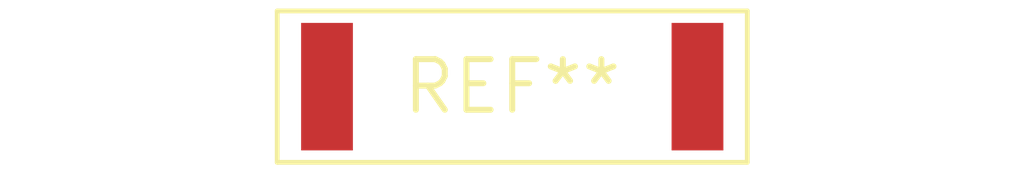
<source format=kicad_pcb>
(kicad_pcb (version 20240108) (generator pcbnew)
  (layers (0 "F.Cu" signal) (31 "B.Cu" signal) (34 "B.Paste" user) (35 "F.Paste" user) (36 "B.SilkS" user "B.Silkscreen") (37 "F.SilkS" user "F.Silkscreen") (38 "B.Mask" user) (39 "F.Mask" user) (44 "Edge.Cuts" user))
  (net 0 "")
  (footprint "Coilcraft_MA5532-AE_RFID" (layer "F.Cu") (at 0 0)
    (property "Reference" "REF**")
    (property "Value" "Coilcraft_MA5532-AE_RFID")
    (fp_line (start -5.9 -1.9) (end -5.9 1.9) (layer "F.SilkS") (stroke (width 0.12)))
    (fp_line (start -5.9 1.9) (end 5.9 1.9) (layer "F.SilkS") (stroke (width 0.12)))
    (fp_line (start 5.9 -1.9) (end -5.9 -1.9) (layer "F.SilkS") (stroke (width 0.12)))
    (fp_line (start 5.9 1.9) (end 5.9 -1.9) (layer "F.SilkS") (stroke (width 0.12)))
    (pad "1" smd rect (at -4.65 0) (size 1.3 3.2) (layers "F.Cu" "F.Paste" "F.Mask"))
    (pad "2" smd rect (at 4.65 0) (size 1.3 3.2) (layers "F.Cu" "F.Paste" "F.Mask"))
  )
)
</source>
